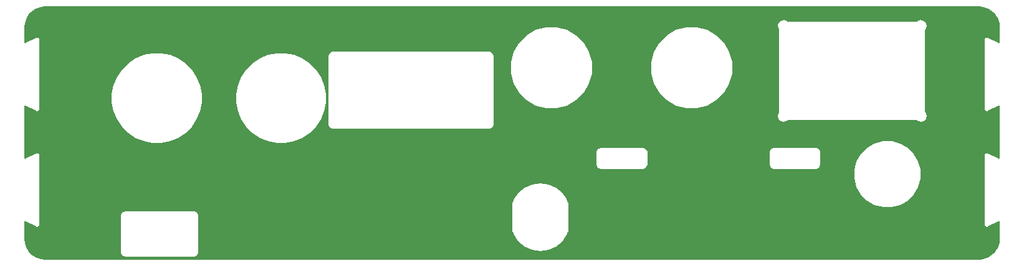
<source format=gbr>
G04 EAGLE Gerber RS-274X export*
G75*
%MOMM*%
%FSLAX34Y34*%
%LPD*%
%INBottom Copper*%
%IPPOS*%
%AMOC8*
5,1,8,0,0,1.08239X$1,22.5*%
G01*
%ADD10C,4.316000*%

G36*
X1300022Y2543D02*
X1300022Y2543D01*
X1300100Y2545D01*
X1304197Y2867D01*
X1304264Y2881D01*
X1304333Y2885D01*
X1304489Y2925D01*
X1312282Y5457D01*
X1312390Y5508D01*
X1312500Y5551D01*
X1312551Y5584D01*
X1312570Y5593D01*
X1312586Y5606D01*
X1312636Y5638D01*
X1319265Y10454D01*
X1319352Y10535D01*
X1319443Y10611D01*
X1319482Y10658D01*
X1319497Y10672D01*
X1319508Y10689D01*
X1319546Y10735D01*
X1324362Y17364D01*
X1324420Y17468D01*
X1324483Y17568D01*
X1324506Y17625D01*
X1324516Y17643D01*
X1324521Y17662D01*
X1324543Y17718D01*
X1327075Y25511D01*
X1327088Y25579D01*
X1327110Y25644D01*
X1327133Y25803D01*
X1327455Y29900D01*
X1327454Y29922D01*
X1327459Y30000D01*
X1327459Y53835D01*
X1327447Y53929D01*
X1327445Y54024D01*
X1327428Y54086D01*
X1327419Y54151D01*
X1327385Y54239D01*
X1327359Y54330D01*
X1327326Y54386D01*
X1327302Y54447D01*
X1327247Y54523D01*
X1327199Y54605D01*
X1327154Y54651D01*
X1327116Y54704D01*
X1327043Y54764D01*
X1326976Y54832D01*
X1326921Y54865D01*
X1326871Y54907D01*
X1326785Y54947D01*
X1326704Y54996D01*
X1326642Y55015D01*
X1326583Y55042D01*
X1326490Y55060D01*
X1326399Y55087D01*
X1326334Y55090D01*
X1326271Y55102D01*
X1326176Y55096D01*
X1326082Y55100D01*
X1326018Y55086D01*
X1325953Y55082D01*
X1325863Y55053D01*
X1325771Y55033D01*
X1325668Y54990D01*
X1325651Y54984D01*
X1325642Y54979D01*
X1325622Y54971D01*
X1311689Y48004D01*
X1311587Y47935D01*
X1311480Y47873D01*
X1311441Y47838D01*
X1311425Y47827D01*
X1311411Y47811D01*
X1311359Y47766D01*
X1311052Y47459D01*
X1310899Y47459D01*
X1310845Y47452D01*
X1310791Y47455D01*
X1310688Y47433D01*
X1310584Y47419D01*
X1310533Y47399D01*
X1310480Y47388D01*
X1310332Y47325D01*
X1310195Y47257D01*
X1309783Y47394D01*
X1309662Y47418D01*
X1309542Y47449D01*
X1309490Y47452D01*
X1309471Y47456D01*
X1309450Y47455D01*
X1309382Y47459D01*
X1308948Y47459D01*
X1308839Y47567D01*
X1308796Y47601D01*
X1308759Y47641D01*
X1308671Y47698D01*
X1308588Y47762D01*
X1308538Y47784D01*
X1308492Y47814D01*
X1308343Y47874D01*
X1308198Y47922D01*
X1308004Y48311D01*
X1307935Y48413D01*
X1307873Y48520D01*
X1307838Y48559D01*
X1307827Y48575D01*
X1307811Y48589D01*
X1307766Y48641D01*
X1307459Y48948D01*
X1307459Y49101D01*
X1307452Y49155D01*
X1307455Y49209D01*
X1307433Y49312D01*
X1307419Y49416D01*
X1307399Y49467D01*
X1307388Y49520D01*
X1307325Y49668D01*
X1307257Y49805D01*
X1307394Y50217D01*
X1307418Y50338D01*
X1307449Y50458D01*
X1307452Y50510D01*
X1307456Y50529D01*
X1307455Y50550D01*
X1307459Y50618D01*
X1307459Y144382D01*
X1307444Y144504D01*
X1307435Y144627D01*
X1307422Y144678D01*
X1307419Y144697D01*
X1307412Y144717D01*
X1307394Y144783D01*
X1307257Y145195D01*
X1307325Y145332D01*
X1307343Y145383D01*
X1307370Y145431D01*
X1307396Y145533D01*
X1307431Y145632D01*
X1307435Y145686D01*
X1307449Y145739D01*
X1307459Y145899D01*
X1307459Y146052D01*
X1307766Y146359D01*
X1307842Y146457D01*
X1307923Y146550D01*
X1307949Y146596D01*
X1307961Y146611D01*
X1307970Y146630D01*
X1308004Y146689D01*
X1308198Y147078D01*
X1308343Y147126D01*
X1308392Y147150D01*
X1308445Y147165D01*
X1308535Y147218D01*
X1308630Y147264D01*
X1308672Y147298D01*
X1308719Y147326D01*
X1308839Y147433D01*
X1308948Y147541D01*
X1309382Y147541D01*
X1309504Y147556D01*
X1309627Y147565D01*
X1309678Y147578D01*
X1309697Y147581D01*
X1309717Y147588D01*
X1309783Y147606D01*
X1310195Y147743D01*
X1310332Y147675D01*
X1310383Y147657D01*
X1310431Y147630D01*
X1310533Y147604D01*
X1310632Y147569D01*
X1310686Y147565D01*
X1310739Y147551D01*
X1310899Y147541D01*
X1311052Y147541D01*
X1311359Y147234D01*
X1311457Y147158D01*
X1311550Y147077D01*
X1311596Y147051D01*
X1311611Y147039D01*
X1311630Y147030D01*
X1311689Y146996D01*
X1325622Y140029D01*
X1325712Y139998D01*
X1325797Y139958D01*
X1325861Y139946D01*
X1325922Y139924D01*
X1326017Y139916D01*
X1326110Y139898D01*
X1326174Y139902D01*
X1326239Y139896D01*
X1326333Y139912D01*
X1326427Y139918D01*
X1326489Y139938D01*
X1326553Y139948D01*
X1326640Y139987D01*
X1326729Y140016D01*
X1326784Y140051D01*
X1326844Y140077D01*
X1326918Y140135D01*
X1326998Y140186D01*
X1327043Y140233D01*
X1327094Y140274D01*
X1327151Y140349D01*
X1327216Y140418D01*
X1327247Y140474D01*
X1327287Y140526D01*
X1327324Y140613D01*
X1327370Y140696D01*
X1327386Y140759D01*
X1327411Y140819D01*
X1327425Y140913D01*
X1327449Y141004D01*
X1327456Y141115D01*
X1327459Y141133D01*
X1327458Y141143D01*
X1327459Y141165D01*
X1327459Y211335D01*
X1327447Y211429D01*
X1327445Y211524D01*
X1327428Y211586D01*
X1327419Y211651D01*
X1327385Y211739D01*
X1327359Y211830D01*
X1327326Y211886D01*
X1327302Y211947D01*
X1327247Y212023D01*
X1327199Y212105D01*
X1327154Y212151D01*
X1327116Y212204D01*
X1327043Y212264D01*
X1326976Y212332D01*
X1326921Y212365D01*
X1326871Y212407D01*
X1326785Y212447D01*
X1326704Y212496D01*
X1326642Y212515D01*
X1326583Y212542D01*
X1326490Y212560D01*
X1326399Y212587D01*
X1326334Y212590D01*
X1326271Y212602D01*
X1326176Y212596D01*
X1326082Y212600D01*
X1326018Y212586D01*
X1325953Y212582D01*
X1325863Y212553D01*
X1325771Y212533D01*
X1325668Y212490D01*
X1325651Y212484D01*
X1325642Y212479D01*
X1325622Y212471D01*
X1311689Y205504D01*
X1311630Y205465D01*
X1311628Y205464D01*
X1311619Y205457D01*
X1311587Y205435D01*
X1311480Y205373D01*
X1311441Y205338D01*
X1311425Y205327D01*
X1311411Y205311D01*
X1311374Y205279D01*
X1311371Y205277D01*
X1311370Y205275D01*
X1311359Y205266D01*
X1311052Y204959D01*
X1310899Y204959D01*
X1310845Y204952D01*
X1310791Y204955D01*
X1310688Y204933D01*
X1310584Y204919D01*
X1310533Y204899D01*
X1310480Y204888D01*
X1310332Y204825D01*
X1310195Y204757D01*
X1309783Y204894D01*
X1309662Y204918D01*
X1309542Y204949D01*
X1309490Y204952D01*
X1309471Y204956D01*
X1309450Y204955D01*
X1309382Y204959D01*
X1308948Y204959D01*
X1308839Y205067D01*
X1308796Y205101D01*
X1308759Y205141D01*
X1308671Y205198D01*
X1308588Y205262D01*
X1308538Y205284D01*
X1308492Y205314D01*
X1308343Y205374D01*
X1308198Y205422D01*
X1308004Y205811D01*
X1307935Y205913D01*
X1307873Y206020D01*
X1307838Y206059D01*
X1307827Y206075D01*
X1307811Y206089D01*
X1307766Y206141D01*
X1307459Y206448D01*
X1307459Y206601D01*
X1307452Y206655D01*
X1307455Y206709D01*
X1307433Y206812D01*
X1307419Y206916D01*
X1307399Y206967D01*
X1307388Y207020D01*
X1307325Y207168D01*
X1307257Y207305D01*
X1307394Y207717D01*
X1307418Y207838D01*
X1307449Y207958D01*
X1307452Y208010D01*
X1307456Y208029D01*
X1307455Y208050D01*
X1307459Y208118D01*
X1307459Y301882D01*
X1307444Y302004D01*
X1307435Y302127D01*
X1307422Y302178D01*
X1307419Y302197D01*
X1307412Y302217D01*
X1307394Y302283D01*
X1307257Y302695D01*
X1307325Y302832D01*
X1307343Y302883D01*
X1307370Y302931D01*
X1307396Y303033D01*
X1307431Y303132D01*
X1307435Y303186D01*
X1307449Y303239D01*
X1307459Y303399D01*
X1307459Y303552D01*
X1307766Y303859D01*
X1307842Y303957D01*
X1307923Y304050D01*
X1307949Y304096D01*
X1307961Y304111D01*
X1307970Y304130D01*
X1308004Y304189D01*
X1308198Y304578D01*
X1308343Y304626D01*
X1308392Y304649D01*
X1308445Y304665D01*
X1308535Y304718D01*
X1308630Y304763D01*
X1308672Y304798D01*
X1308719Y304826D01*
X1308839Y304933D01*
X1308948Y305041D01*
X1309382Y305041D01*
X1309504Y305056D01*
X1309627Y305065D01*
X1309678Y305078D01*
X1309697Y305081D01*
X1309717Y305088D01*
X1309783Y305106D01*
X1310195Y305243D01*
X1310332Y305175D01*
X1310383Y305157D01*
X1310431Y305130D01*
X1310533Y305104D01*
X1310632Y305069D01*
X1310686Y305065D01*
X1310739Y305051D01*
X1310899Y305041D01*
X1311052Y305041D01*
X1311359Y304734D01*
X1311457Y304658D01*
X1311550Y304577D01*
X1311596Y304551D01*
X1311611Y304539D01*
X1311630Y304530D01*
X1311689Y304496D01*
X1325622Y297529D01*
X1325712Y297498D01*
X1325797Y297458D01*
X1325861Y297446D01*
X1325922Y297424D01*
X1326017Y297416D01*
X1326110Y297398D01*
X1326174Y297402D01*
X1326239Y297396D01*
X1326333Y297412D01*
X1326427Y297418D01*
X1326489Y297438D01*
X1326553Y297448D01*
X1326640Y297487D01*
X1326729Y297516D01*
X1326784Y297551D01*
X1326844Y297577D01*
X1326918Y297635D01*
X1326998Y297686D01*
X1327043Y297733D01*
X1327094Y297774D01*
X1327151Y297849D01*
X1327216Y297918D01*
X1327247Y297974D01*
X1327287Y298026D01*
X1327324Y298113D01*
X1327370Y298196D01*
X1327386Y298259D01*
X1327411Y298319D01*
X1327425Y298413D01*
X1327449Y298504D01*
X1327456Y298615D01*
X1327459Y298633D01*
X1327458Y298643D01*
X1327459Y298665D01*
X1327459Y320000D01*
X1327457Y320022D01*
X1327455Y320100D01*
X1327133Y324197D01*
X1327119Y324264D01*
X1327115Y324333D01*
X1327075Y324489D01*
X1324543Y332282D01*
X1324492Y332390D01*
X1324449Y332500D01*
X1324416Y332551D01*
X1324407Y332570D01*
X1324394Y332586D01*
X1324362Y332636D01*
X1319546Y339265D01*
X1319465Y339352D01*
X1319389Y339443D01*
X1319342Y339482D01*
X1319328Y339497D01*
X1319311Y339508D01*
X1319265Y339546D01*
X1312636Y344362D01*
X1312532Y344420D01*
X1312432Y344483D01*
X1312375Y344506D01*
X1312357Y344516D01*
X1312338Y344521D01*
X1312282Y344543D01*
X1304489Y347075D01*
X1304421Y347088D01*
X1304356Y347110D01*
X1304197Y347133D01*
X1300100Y347455D01*
X1300078Y347454D01*
X1300000Y347459D01*
X30000Y347459D01*
X29978Y347457D01*
X29900Y347455D01*
X25803Y347133D01*
X25736Y347119D01*
X25667Y347115D01*
X25511Y347075D01*
X17718Y344543D01*
X17610Y344492D01*
X17500Y344449D01*
X17449Y344416D01*
X17430Y344407D01*
X17414Y344394D01*
X17364Y344362D01*
X10735Y339546D01*
X10648Y339465D01*
X10557Y339389D01*
X10518Y339342D01*
X10503Y339328D01*
X10492Y339311D01*
X10454Y339265D01*
X5638Y332636D01*
X5580Y332532D01*
X5517Y332432D01*
X5494Y332375D01*
X5484Y332357D01*
X5479Y332338D01*
X5457Y332282D01*
X2925Y324489D01*
X2912Y324421D01*
X2890Y324356D01*
X2867Y324197D01*
X2545Y320100D01*
X2546Y320078D01*
X2541Y320000D01*
X2541Y298665D01*
X2553Y298571D01*
X2555Y298476D01*
X2572Y298414D01*
X2581Y298349D01*
X2615Y298261D01*
X2641Y298170D01*
X2674Y298114D01*
X2698Y298053D01*
X2753Y297977D01*
X2801Y297895D01*
X2846Y297849D01*
X2884Y297796D01*
X2957Y297736D01*
X3024Y297668D01*
X3079Y297635D01*
X3129Y297593D01*
X3215Y297553D01*
X3296Y297504D01*
X3358Y297485D01*
X3417Y297458D01*
X3510Y297440D01*
X3601Y297413D01*
X3666Y297410D01*
X3729Y297398D01*
X3824Y297404D01*
X3918Y297400D01*
X3982Y297414D01*
X4047Y297418D01*
X4137Y297447D01*
X4229Y297467D01*
X4332Y297510D01*
X4349Y297516D01*
X4358Y297521D01*
X4378Y297529D01*
X18311Y304496D01*
X18413Y304565D01*
X18520Y304627D01*
X18559Y304662D01*
X18575Y304673D01*
X18589Y304689D01*
X18641Y304734D01*
X18948Y305041D01*
X19101Y305041D01*
X19155Y305048D01*
X19209Y305045D01*
X19312Y305067D01*
X19416Y305081D01*
X19467Y305101D01*
X19520Y305112D01*
X19668Y305175D01*
X19805Y305243D01*
X20217Y305106D01*
X20338Y305082D01*
X20458Y305051D01*
X20510Y305048D01*
X20529Y305044D01*
X20550Y305045D01*
X20618Y305041D01*
X21052Y305041D01*
X21161Y304933D01*
X21204Y304899D01*
X21241Y304859D01*
X21329Y304802D01*
X21412Y304738D01*
X21462Y304716D01*
X21508Y304686D01*
X21657Y304626D01*
X21802Y304578D01*
X21996Y304189D01*
X22065Y304087D01*
X22127Y303980D01*
X22162Y303941D01*
X22173Y303925D01*
X22189Y303911D01*
X22234Y303859D01*
X22541Y303552D01*
X22541Y303399D01*
X22548Y303345D01*
X22545Y303291D01*
X22567Y303188D01*
X22581Y303084D01*
X22601Y303033D01*
X22612Y302980D01*
X22675Y302832D01*
X22743Y302695D01*
X22606Y302283D01*
X22582Y302162D01*
X22551Y302042D01*
X22548Y301990D01*
X22544Y301971D01*
X22545Y301950D01*
X22541Y301882D01*
X22541Y208118D01*
X22556Y207996D01*
X22565Y207873D01*
X22578Y207822D01*
X22581Y207803D01*
X22588Y207783D01*
X22606Y207717D01*
X22743Y207305D01*
X22675Y207168D01*
X22657Y207117D01*
X22630Y207069D01*
X22604Y206967D01*
X22569Y206868D01*
X22565Y206814D01*
X22551Y206761D01*
X22541Y206601D01*
X22541Y206448D01*
X22234Y206141D01*
X22158Y206043D01*
X22077Y205950D01*
X22051Y205904D01*
X22039Y205889D01*
X22030Y205870D01*
X21996Y205811D01*
X21802Y205422D01*
X21657Y205374D01*
X21608Y205351D01*
X21555Y205335D01*
X21465Y205282D01*
X21370Y205237D01*
X21328Y205202D01*
X21281Y205174D01*
X21161Y205067D01*
X21052Y204959D01*
X20618Y204959D01*
X20496Y204944D01*
X20373Y204935D01*
X20322Y204922D01*
X20303Y204919D01*
X20283Y204912D01*
X20217Y204894D01*
X19805Y204757D01*
X19668Y204825D01*
X19617Y204843D01*
X19569Y204870D01*
X19467Y204896D01*
X19368Y204931D01*
X19314Y204935D01*
X19261Y204949D01*
X19101Y204959D01*
X18948Y204959D01*
X18641Y205266D01*
X18556Y205332D01*
X18507Y205378D01*
X18493Y205386D01*
X18450Y205423D01*
X18404Y205449D01*
X18389Y205461D01*
X18370Y205470D01*
X18311Y205504D01*
X4378Y212471D01*
X4288Y212502D01*
X4203Y212542D01*
X4139Y212554D01*
X4078Y212576D01*
X3983Y212584D01*
X3890Y212602D01*
X3826Y212598D01*
X3761Y212604D01*
X3667Y212588D01*
X3573Y212582D01*
X3511Y212562D01*
X3447Y212552D01*
X3360Y212513D01*
X3271Y212484D01*
X3216Y212449D01*
X3156Y212423D01*
X3082Y212365D01*
X3002Y212314D01*
X2957Y212267D01*
X2906Y212226D01*
X2849Y212151D01*
X2784Y212082D01*
X2753Y212026D01*
X2713Y211974D01*
X2676Y211886D01*
X2630Y211804D01*
X2614Y211741D01*
X2589Y211681D01*
X2575Y211587D01*
X2551Y211496D01*
X2544Y211385D01*
X2541Y211367D01*
X2542Y211357D01*
X2541Y211335D01*
X2541Y141165D01*
X2553Y141071D01*
X2555Y140976D01*
X2572Y140914D01*
X2581Y140849D01*
X2615Y140761D01*
X2641Y140670D01*
X2674Y140614D01*
X2698Y140553D01*
X2753Y140477D01*
X2801Y140395D01*
X2846Y140349D01*
X2884Y140296D01*
X2957Y140236D01*
X3024Y140168D01*
X3079Y140135D01*
X3129Y140093D01*
X3215Y140053D01*
X3296Y140004D01*
X3358Y139985D01*
X3417Y139958D01*
X3510Y139940D01*
X3601Y139913D01*
X3666Y139910D01*
X3729Y139898D01*
X3824Y139904D01*
X3918Y139900D01*
X3982Y139914D01*
X4047Y139918D01*
X4137Y139947D01*
X4229Y139967D01*
X4332Y140010D01*
X4349Y140016D01*
X4358Y140021D01*
X4378Y140029D01*
X18311Y146996D01*
X18413Y147065D01*
X18520Y147127D01*
X18559Y147162D01*
X18575Y147173D01*
X18589Y147189D01*
X18641Y147234D01*
X18948Y147541D01*
X19101Y147541D01*
X19155Y147548D01*
X19209Y147545D01*
X19312Y147567D01*
X19416Y147581D01*
X19467Y147601D01*
X19520Y147612D01*
X19668Y147675D01*
X19805Y147743D01*
X20217Y147606D01*
X20338Y147582D01*
X20458Y147551D01*
X20510Y147548D01*
X20529Y147544D01*
X20550Y147545D01*
X20618Y147541D01*
X21052Y147541D01*
X21161Y147433D01*
X21204Y147399D01*
X21241Y147359D01*
X21329Y147302D01*
X21412Y147238D01*
X21462Y147216D01*
X21508Y147186D01*
X21657Y147126D01*
X21802Y147078D01*
X21996Y146689D01*
X22065Y146587D01*
X22127Y146480D01*
X22162Y146441D01*
X22173Y146425D01*
X22189Y146411D01*
X22234Y146359D01*
X22541Y146052D01*
X22541Y145899D01*
X22548Y145845D01*
X22545Y145791D01*
X22567Y145688D01*
X22581Y145584D01*
X22601Y145533D01*
X22612Y145480D01*
X22675Y145332D01*
X22743Y145195D01*
X22606Y144783D01*
X22582Y144662D01*
X22551Y144542D01*
X22548Y144490D01*
X22544Y144471D01*
X22545Y144450D01*
X22541Y144382D01*
X22541Y50618D01*
X22556Y50496D01*
X22565Y50373D01*
X22578Y50322D01*
X22581Y50303D01*
X22588Y50283D01*
X22606Y50217D01*
X22743Y49805D01*
X22675Y49668D01*
X22657Y49617D01*
X22630Y49569D01*
X22604Y49468D01*
X22569Y49368D01*
X22565Y49314D01*
X22551Y49261D01*
X22541Y49101D01*
X22541Y48948D01*
X22234Y48641D01*
X22158Y48543D01*
X22077Y48450D01*
X22050Y48404D01*
X22039Y48389D01*
X22030Y48370D01*
X21996Y48311D01*
X21802Y47922D01*
X21657Y47874D01*
X21608Y47851D01*
X21555Y47835D01*
X21465Y47782D01*
X21370Y47737D01*
X21328Y47702D01*
X21281Y47674D01*
X21161Y47567D01*
X21052Y47459D01*
X20618Y47459D01*
X20496Y47444D01*
X20373Y47435D01*
X20322Y47422D01*
X20303Y47419D01*
X20283Y47412D01*
X20217Y47394D01*
X19805Y47257D01*
X19668Y47325D01*
X19617Y47343D01*
X19569Y47370D01*
X19468Y47396D01*
X19368Y47431D01*
X19314Y47435D01*
X19261Y47449D01*
X19101Y47459D01*
X18948Y47459D01*
X18641Y47766D01*
X18543Y47842D01*
X18450Y47923D01*
X18404Y47949D01*
X18389Y47961D01*
X18370Y47970D01*
X18311Y48004D01*
X4378Y54971D01*
X4288Y55002D01*
X4203Y55042D01*
X4139Y55054D01*
X4078Y55076D01*
X3983Y55084D01*
X3890Y55102D01*
X3826Y55098D01*
X3761Y55104D01*
X3667Y55088D01*
X3573Y55082D01*
X3511Y55062D01*
X3447Y55052D01*
X3360Y55013D01*
X3271Y54984D01*
X3216Y54949D01*
X3156Y54923D01*
X3082Y54865D01*
X3002Y54814D01*
X2957Y54767D01*
X2906Y54726D01*
X2849Y54651D01*
X2784Y54582D01*
X2753Y54526D01*
X2713Y54474D01*
X2676Y54387D01*
X2630Y54304D01*
X2614Y54241D01*
X2589Y54181D01*
X2575Y54087D01*
X2551Y53996D01*
X2544Y53885D01*
X2541Y53867D01*
X2542Y53857D01*
X2541Y53835D01*
X2541Y30000D01*
X2543Y29978D01*
X2545Y29900D01*
X2867Y25803D01*
X2881Y25736D01*
X2885Y25667D01*
X2925Y25511D01*
X5457Y17718D01*
X5508Y17610D01*
X5551Y17500D01*
X5584Y17449D01*
X5593Y17430D01*
X5606Y17414D01*
X5638Y17364D01*
X10454Y10735D01*
X10535Y10648D01*
X10611Y10557D01*
X10658Y10518D01*
X10672Y10503D01*
X10689Y10492D01*
X10735Y10454D01*
X10810Y10399D01*
X17364Y5638D01*
X17468Y5580D01*
X17568Y5517D01*
X17625Y5494D01*
X17643Y5484D01*
X17662Y5479D01*
X17718Y5457D01*
X25511Y2925D01*
X25579Y2912D01*
X25644Y2890D01*
X25803Y2867D01*
X29900Y2545D01*
X29922Y2546D01*
X30000Y2541D01*
X1300000Y2541D01*
X1300022Y2543D01*
G37*
%LPC*%
G36*
X1215995Y191705D02*
X1215995Y191705D01*
X1215810Y191952D01*
X1215790Y191973D01*
X1215774Y191998D01*
X1215679Y192087D01*
X1215589Y192180D01*
X1215564Y192196D01*
X1215542Y192216D01*
X1215429Y192279D01*
X1215318Y192346D01*
X1215290Y192355D01*
X1215264Y192370D01*
X1215138Y192402D01*
X1215014Y192440D01*
X1214985Y192442D01*
X1214956Y192449D01*
X1214795Y192459D01*
X1039605Y192459D01*
X1039576Y192456D01*
X1039546Y192458D01*
X1039418Y192436D01*
X1039289Y192419D01*
X1039262Y192408D01*
X1039232Y192403D01*
X1039114Y192350D01*
X1038994Y192302D01*
X1038970Y192285D01*
X1038943Y192273D01*
X1038841Y192192D01*
X1038736Y192116D01*
X1038717Y192093D01*
X1038694Y192074D01*
X1038590Y191952D01*
X1038405Y191705D01*
X1034257Y190161D01*
X1029933Y191103D01*
X1026803Y194233D01*
X1025861Y198557D01*
X1027405Y202705D01*
X1027652Y202890D01*
X1027673Y202910D01*
X1027698Y202926D01*
X1027787Y203021D01*
X1027880Y203111D01*
X1027896Y203136D01*
X1027916Y203158D01*
X1027979Y203271D01*
X1028046Y203382D01*
X1028055Y203410D01*
X1028070Y203436D01*
X1028102Y203562D01*
X1028140Y203686D01*
X1028142Y203715D01*
X1028149Y203744D01*
X1028159Y203905D01*
X1028159Y315095D01*
X1028156Y315125D01*
X1028158Y315154D01*
X1028136Y315282D01*
X1028119Y315411D01*
X1028108Y315438D01*
X1028103Y315468D01*
X1028050Y315586D01*
X1028002Y315706D01*
X1027985Y315730D01*
X1027973Y315758D01*
X1027892Y315859D01*
X1027816Y315964D01*
X1027793Y315983D01*
X1027774Y316006D01*
X1027652Y316110D01*
X1027405Y316295D01*
X1025861Y320443D01*
X1026803Y324767D01*
X1029933Y327897D01*
X1034257Y328839D01*
X1038405Y327295D01*
X1038590Y327048D01*
X1038610Y327027D01*
X1038626Y327002D01*
X1038721Y326913D01*
X1038811Y326820D01*
X1038836Y326804D01*
X1038858Y326784D01*
X1038971Y326721D01*
X1039082Y326654D01*
X1039110Y326645D01*
X1039136Y326630D01*
X1039262Y326598D01*
X1039386Y326560D01*
X1039415Y326558D01*
X1039444Y326551D01*
X1039605Y326541D01*
X1214795Y326541D01*
X1214825Y326544D01*
X1214854Y326542D01*
X1214982Y326564D01*
X1215111Y326581D01*
X1215138Y326592D01*
X1215168Y326597D01*
X1215286Y326650D01*
X1215406Y326698D01*
X1215430Y326715D01*
X1215458Y326727D01*
X1215559Y326808D01*
X1215664Y326884D01*
X1215683Y326907D01*
X1215706Y326926D01*
X1215810Y327048D01*
X1215995Y327295D01*
X1220143Y328839D01*
X1224467Y327897D01*
X1227597Y324767D01*
X1228539Y320443D01*
X1226995Y316295D01*
X1226748Y316110D01*
X1226727Y316090D01*
X1226702Y316074D01*
X1226613Y315979D01*
X1226520Y315889D01*
X1226504Y315864D01*
X1226484Y315842D01*
X1226421Y315729D01*
X1226354Y315618D01*
X1226345Y315590D01*
X1226330Y315564D01*
X1226298Y315438D01*
X1226260Y315314D01*
X1226258Y315285D01*
X1226251Y315256D01*
X1226241Y315095D01*
X1226241Y203905D01*
X1226244Y203876D01*
X1226242Y203846D01*
X1226264Y203718D01*
X1226281Y203589D01*
X1226292Y203562D01*
X1226297Y203532D01*
X1226350Y203414D01*
X1226398Y203294D01*
X1226415Y203270D01*
X1226427Y203243D01*
X1226508Y203141D01*
X1226584Y203036D01*
X1226607Y203017D01*
X1226626Y202994D01*
X1226748Y202890D01*
X1226995Y202705D01*
X1228539Y198557D01*
X1227597Y194233D01*
X1224467Y191103D01*
X1220143Y190161D01*
X1215995Y191705D01*
G37*
%LPD*%
%LPC*%
G36*
X420779Y180659D02*
X420779Y180659D01*
X417280Y182680D01*
X415259Y186180D01*
X415259Y280221D01*
X417280Y283720D01*
X420779Y285741D01*
X634821Y285741D01*
X638320Y283720D01*
X640341Y280221D01*
X640341Y186179D01*
X638320Y182680D01*
X634821Y180659D01*
X420779Y180659D01*
G37*
%LPD*%
%LPC*%
G36*
X345298Y161759D02*
X345298Y161759D01*
X333505Y164105D01*
X322396Y168706D01*
X312399Y175387D01*
X303897Y183889D01*
X297216Y193886D01*
X292615Y204995D01*
X290269Y216788D01*
X290269Y228812D01*
X292615Y240605D01*
X297216Y251714D01*
X303897Y261711D01*
X312399Y270213D01*
X322396Y276894D01*
X333505Y281495D01*
X345298Y283841D01*
X357322Y283841D01*
X369115Y281495D01*
X380224Y276894D01*
X390221Y270213D01*
X398723Y261711D01*
X405404Y251714D01*
X410005Y240605D01*
X412351Y228812D01*
X412351Y216788D01*
X410005Y204995D01*
X405404Y193886D01*
X398723Y183889D01*
X390221Y175387D01*
X380224Y168706D01*
X369115Y164105D01*
X357322Y161759D01*
X345298Y161759D01*
G37*
%LPD*%
%LPC*%
G36*
X176388Y161759D02*
X176388Y161759D01*
X164595Y164105D01*
X153486Y168706D01*
X143489Y175387D01*
X134987Y183889D01*
X128306Y193886D01*
X123705Y204995D01*
X121359Y216788D01*
X121359Y228812D01*
X123705Y240605D01*
X128306Y251714D01*
X134987Y261711D01*
X143489Y270213D01*
X153486Y276894D01*
X164595Y281495D01*
X176388Y283841D01*
X188412Y283841D01*
X200205Y281495D01*
X211314Y276894D01*
X221311Y270213D01*
X229813Y261711D01*
X236494Y251714D01*
X241095Y240605D01*
X243441Y228812D01*
X243441Y216788D01*
X241095Y204995D01*
X236494Y193886D01*
X229813Y183889D01*
X221311Y175387D01*
X211314Y168706D01*
X200205Y164105D01*
X188412Y161759D01*
X176388Y161759D01*
G37*
%LPD*%
%LPC*%
G36*
X901594Y208959D02*
X901594Y208959D01*
X887595Y212710D01*
X875044Y219956D01*
X864796Y230204D01*
X857550Y242755D01*
X853799Y256754D01*
X853799Y271246D01*
X857550Y285245D01*
X864796Y297796D01*
X875044Y308044D01*
X887595Y315290D01*
X901594Y319041D01*
X916086Y319041D01*
X930085Y315290D01*
X942636Y308044D01*
X952884Y297796D01*
X960130Y285245D01*
X963881Y271246D01*
X963881Y256754D01*
X960130Y242755D01*
X952884Y230204D01*
X942636Y219956D01*
X930085Y212710D01*
X916086Y208959D01*
X901594Y208959D01*
G37*
%LPD*%
%LPC*%
G36*
X711094Y208959D02*
X711094Y208959D01*
X697095Y212710D01*
X684544Y219956D01*
X674296Y230204D01*
X667050Y242755D01*
X663299Y256754D01*
X663299Y271246D01*
X667050Y285245D01*
X674296Y297796D01*
X684544Y308044D01*
X697095Y315290D01*
X711094Y319041D01*
X725586Y319041D01*
X739585Y315290D01*
X752136Y308044D01*
X762384Y297796D01*
X769630Y285245D01*
X773381Y271246D01*
X773381Y256754D01*
X769630Y242755D01*
X762384Y230204D01*
X752136Y219956D01*
X739585Y212710D01*
X725586Y208959D01*
X711094Y208959D01*
G37*
%LPD*%
%LPC*%
G36*
X139179Y6459D02*
X139179Y6459D01*
X135680Y8480D01*
X133659Y11979D01*
X133659Y63021D01*
X135680Y66520D01*
X139179Y68541D01*
X233221Y68541D01*
X236720Y66520D01*
X238741Y63021D01*
X238741Y11979D01*
X236720Y8480D01*
X233221Y6459D01*
X139179Y6459D01*
G37*
%LPD*%
%LPC*%
G36*
X1169010Y73959D02*
X1169010Y73959D01*
X1157555Y77029D01*
X1147284Y82958D01*
X1138898Y91344D01*
X1132969Y101615D01*
X1129899Y113070D01*
X1129899Y124930D01*
X1132969Y136385D01*
X1138898Y146656D01*
X1147284Y155042D01*
X1157555Y160971D01*
X1169010Y164041D01*
X1180870Y164041D01*
X1192325Y160971D01*
X1202596Y155042D01*
X1210982Y146656D01*
X1216911Y136385D01*
X1219981Y124930D01*
X1219981Y113070D01*
X1216911Y101615D01*
X1210982Y91344D01*
X1202596Y82958D01*
X1192325Y77029D01*
X1180870Y73959D01*
X1169010Y73959D01*
G37*
%LPD*%
%LPC*%
G36*
X692660Y16075D02*
X692660Y16075D01*
X682596Y20359D01*
X674028Y27158D01*
X667569Y35985D01*
X665915Y40334D01*
X665902Y40359D01*
X665894Y40386D01*
X665828Y40499D01*
X665766Y40615D01*
X665747Y40636D01*
X665733Y40660D01*
X665626Y40780D01*
X665459Y40948D01*
X665459Y41300D01*
X665441Y41448D01*
X665424Y41597D01*
X665420Y41610D01*
X665419Y41616D01*
X665414Y41628D01*
X665376Y41751D01*
X665251Y42081D01*
X665348Y42296D01*
X665356Y42323D01*
X665370Y42347D01*
X665402Y42475D01*
X665441Y42600D01*
X665442Y42628D01*
X665449Y42655D01*
X665459Y42816D01*
X665459Y78184D01*
X665456Y78212D01*
X665458Y78240D01*
X665436Y78369D01*
X665419Y78499D01*
X665409Y78526D01*
X665404Y78553D01*
X665348Y78704D01*
X665251Y78919D01*
X665376Y79249D01*
X665412Y79396D01*
X665449Y79539D01*
X665450Y79552D01*
X665451Y79558D01*
X665451Y79572D01*
X665459Y79700D01*
X665459Y80052D01*
X665626Y80220D01*
X665644Y80242D01*
X665665Y80260D01*
X665741Y80367D01*
X665821Y80471D01*
X665832Y80496D01*
X665849Y80519D01*
X665915Y80666D01*
X667569Y85015D01*
X674028Y93842D01*
X682596Y100641D01*
X692660Y104925D01*
X703500Y106388D01*
X714340Y104925D01*
X724404Y100641D01*
X732972Y93842D01*
X739431Y85015D01*
X741085Y80666D01*
X741098Y80641D01*
X741106Y80614D01*
X741172Y80501D01*
X741234Y80385D01*
X741253Y80364D01*
X741267Y80340D01*
X741374Y80220D01*
X741541Y80052D01*
X741541Y79700D01*
X741559Y79552D01*
X741576Y79403D01*
X741580Y79390D01*
X741581Y79384D01*
X741586Y79372D01*
X741624Y79249D01*
X741749Y78919D01*
X741652Y78704D01*
X741644Y78677D01*
X741630Y78653D01*
X741598Y78525D01*
X741559Y78400D01*
X741558Y78372D01*
X741551Y78345D01*
X741541Y78184D01*
X741541Y42816D01*
X741544Y42788D01*
X741542Y42760D01*
X741564Y42631D01*
X741581Y42501D01*
X741591Y42474D01*
X741596Y42447D01*
X741652Y42296D01*
X741749Y42081D01*
X741624Y41751D01*
X741588Y41604D01*
X741551Y41461D01*
X741550Y41448D01*
X741549Y41442D01*
X741549Y41428D01*
X741541Y41300D01*
X741541Y40948D01*
X741374Y40780D01*
X741356Y40758D01*
X741335Y40740D01*
X741259Y40633D01*
X741179Y40529D01*
X741168Y40504D01*
X741151Y40481D01*
X741085Y40334D01*
X739431Y35985D01*
X732972Y27158D01*
X724404Y20359D01*
X714340Y16075D01*
X703500Y14612D01*
X692660Y16075D01*
G37*
%LPD*%
%LPC*%
G36*
X785229Y126059D02*
X785229Y126059D01*
X781730Y128080D01*
X779709Y131579D01*
X779709Y149621D01*
X781730Y153120D01*
X785229Y155141D01*
X843271Y155141D01*
X846770Y153120D01*
X848791Y149621D01*
X848791Y131579D01*
X846770Y128080D01*
X843271Y126059D01*
X785229Y126059D01*
G37*
%LPD*%
%LPC*%
G36*
X1020179Y126059D02*
X1020179Y126059D01*
X1016680Y128080D01*
X1014659Y131579D01*
X1014659Y149621D01*
X1016680Y153120D01*
X1020179Y155141D01*
X1078221Y155141D01*
X1081720Y153120D01*
X1083741Y149621D01*
X1083741Y131579D01*
X1081720Y128080D01*
X1078221Y126059D01*
X1020179Y126059D01*
G37*
%LPD*%
D10*
X59210Y306600D03*
X59210Y56700D03*
X1269210Y56700D03*
X1269210Y306600D03*
M02*

</source>
